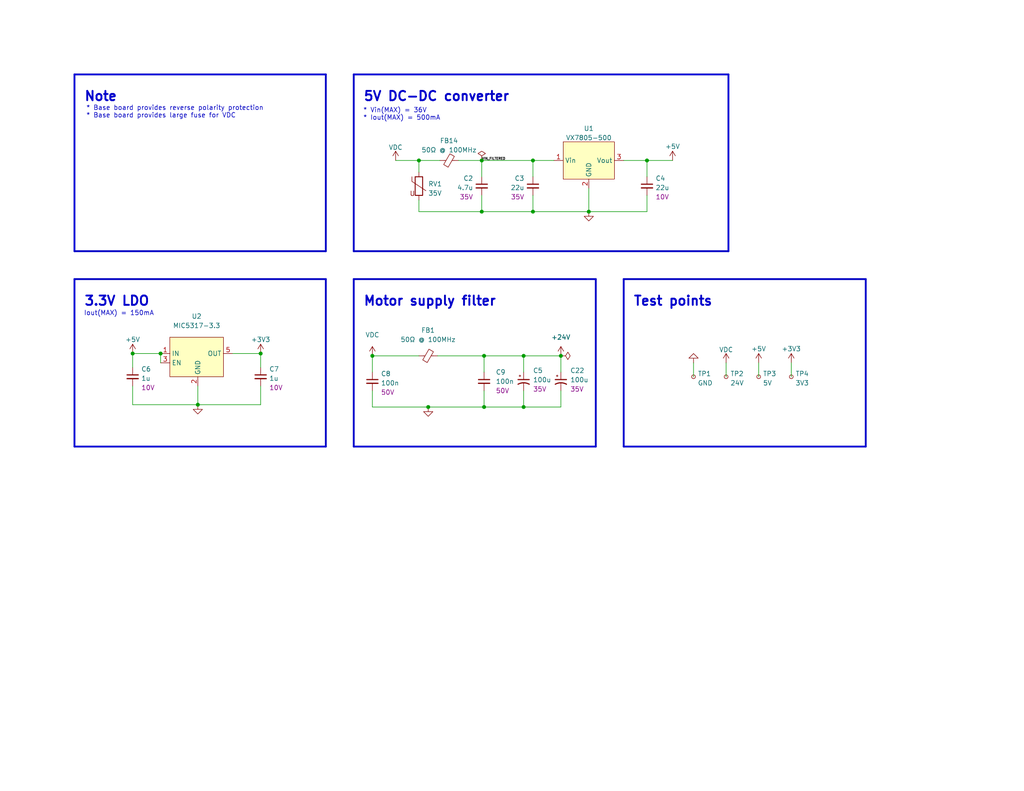
<source format=kicad_sch>
(kicad_sch (version 20211123) (generator eeschema)
  (paper "USLetter")
  (title_block (title "Jellyfish") (date "2022-09-07") (rev "v2") (company "Winterbloom") (comment 1 "Alethea Flowers") (comment 2 "CERN-OHL-P V2") (comment 3 "jellyfish.wntr.dev"))
  (lib_symbols
    (symbol "Connector:TestPoint_Small" (pin_numbers hide) (pin_names (offset 0.762) hide)
      (property "Reference" "TP" (at 0 3.81 0))
      (property "Value" "TestPoint_Small" (at 0 2.032 0))
      (symbol "TestPoint_Small_0_1"
        (circle (center 0 0) (radius 0.508))
      )
      (symbol "TestPoint_Small_1_1"
        (pin passive line (at 0 0 90) (length 0) (name "1") (number "1"))
      )
    )
    (symbol "Device:C_Polarized_Small_US" (pin_numbers hide) (pin_names (offset 0.254) hide)
      (property "Reference" "C" (at 0.254 1.778 0))
      (property "Value" "C_Polarized_Small_US" (at 0.254 -2.032 0))
      (symbol "C_Polarized_Small_US_0_1"
        (polyline (pts (xy -1.524 0.508) (xy 1.524 0.508)) (stroke (width 0.3048)))
        (polyline (pts (xy -1.27 1.524) (xy -0.762 1.524)))
        (polyline (pts (xy -1.016 1.27) (xy -1.016 1.778)))
        (arc (start 1.524 -0.762) (mid 0 -0.3734) (end -1.524 -0.762) (stroke (width 0.3048)))
      )
      (symbol "C_Polarized_Small_US_1_1"
        (pin passive line (at 0 2.54 270) (length 2.032) (name "~") (number "1"))
        (pin passive line (at 0 -2.54 90) (length 2.032) (name "~") (number "2"))
      )
    )
    (symbol "Device:C_Small" (pin_numbers hide) (pin_names (offset 0.254) hide)
      (property "Reference" "C" (at 0.254 1.778 0))
      (property "Value" "C_Small" (at 0.254 -2.032 0))
      (symbol "C_Small_0_1"
        (polyline (pts (xy -1.524 -0.508) (xy 1.524 -0.508)) (stroke (width 0.3302)))
        (polyline (pts (xy -1.524 0.508) (xy 1.524 0.508)) (stroke (width 0.3048)))
      )
      (symbol "C_Small_1_1"
        (pin passive line (at 0 2.54 270) (length 2.032) (name "~") (number "1"))
        (pin passive line (at 0 -2.54 90) (length 2.032) (name "~") (number "2"))
      )
    )
    (symbol "Device:FerriteBead_Small" (pin_numbers hide) (pin_names (offset 0))
      (property "Reference" "FB" (at 1.905 1.27 0))
      (property "Value" "FerriteBead_Small" (at 1.905 -1.27 0))
      (symbol "FerriteBead_Small_0_1"
        (polyline (pts (xy 0 -1.27) (xy 0 -0.7874)))
        (polyline (pts (xy 0 0.889) (xy 0 1.2954)))
        (polyline (pts (xy -1.8288 0.2794) (xy -1.1176 1.4986) (xy 1.8288 -0.2032) (xy 1.1176 -1.4224) (xy -1.8288 0.2794)))
      )
      (symbol "FerriteBead_Small_1_1"
        (pin passive line (at 0 2.54 270) (length 1.27) (name "~") (number "1"))
        (pin passive line (at 0 -2.54 90) (length 1.27) (name "~") (number "2"))
      )
    )
    (symbol "Device:Varistor" (pin_numbers hide) (pin_names (offset 0))
      (property "Reference" "RV" (at 3.175 0 90))
      (property "Value" "Varistor" (at -3.175 0 90))
      (symbol "Varistor_0_0"
        (text "U" (at -1.778 -2.032 0) (effects (font (size 1.27 1.27))))
      )
      (symbol "Varistor_0_1"
        (rectangle (start -1.016 -2.54) (end 1.016 2.54) (stroke (width 0.254)))
        (polyline (pts (xy -1.905 2.54) (xy -1.905 1.27) (xy 1.905 -1.27)))
      )
      (symbol "Varistor_1_1"
        (pin passive line (at 0 3.81 270) (length 1.27) (name "~") (number "1"))
        (pin passive line (at 0 -3.81 90) (length 1.27) (name "~") (number "2"))
      )
    )
    (symbol "power:+24V" (power) (pin_names (offset 0))
      (property "Value" "+24V" (at 0 3.556 0))
      (symbol "+24V_0_1"
        (polyline (pts (xy -0.762 1.27) (xy 0 2.54)))
        (polyline (pts (xy 0 0) (xy 0 2.54)))
        (polyline (pts (xy 0 2.54) (xy 0.762 1.27)))
      )
      (symbol "+24V_1_1"
        (pin power_in line (at 0 0 90) (length 0) hide (name "+24V") (number "1"))
      )
    )
    (symbol "power:+3V3" (power) (pin_names (offset 0))
      (property "Value" "+3V3" (at 0 3.556 0))
      (symbol "+3V3_0_1"
        (polyline (pts (xy -0.762 1.27) (xy 0 2.54)))
        (polyline (pts (xy 0 0) (xy 0 2.54)))
        (polyline (pts (xy 0 2.54) (xy 0.762 1.27)))
      )
      (symbol "+3V3_1_1"
        (pin power_in line (at 0 0 90) (length 0) hide (name "+3V3") (number "1"))
      )
    )
    (symbol "power:+5V" (power) (pin_names (offset 0))
      (property "Value" "+5V" (at 0 3.556 0))
      (symbol "+5V_0_1"
        (polyline (pts (xy -0.762 1.27) (xy 0 2.54)))
        (polyline (pts (xy 0 0) (xy 0 2.54)))
        (polyline (pts (xy 0 2.54) (xy 0.762 1.27)))
      )
      (symbol "+5V_1_1"
        (pin power_in line (at 0 0 90) (length 0) hide (name "+5V") (number "1"))
      )
    )
    (symbol "power:GND" (power) (pin_names (offset 0))
      (property "Value" "GND" (at 0 -3.81 0))
      (symbol "GND_0_1"
        (polyline (pts (xy 0 0) (xy 0 -1.27) (xy 1.27 -1.27) (xy 0 -2.54) (xy -1.27 -1.27) (xy 0 -1.27)))
      )
      (symbol "GND_1_1"
        (pin power_in line (at 0 0 270) (length 0) hide (name "GND") (number "1"))
      )
    )
    (symbol "power:PWR_FLAG" (power) (pin_numbers hide) (pin_names (offset 0) hide)
      (property "Value" "PWR_FLAG" (at 0 3.81 0))
      (symbol "PWR_FLAG_0_0"
        (pin power_out line (at 0 0 90) (length 0) (name "pwr") (number "1"))
      )
      (symbol "PWR_FLAG_0_1"
        (polyline (pts (xy 0 0) (xy 0 1.27) (xy -1.016 1.905) (xy 0 2.54) (xy 1.016 1.905) (xy 0 1.27)))
      )
    )
    (symbol "power:VDC" (power) (pin_names (offset 0))
      (property "Value" "VDC" (at 0 6.35 0))
      (symbol "VDC_0_1"
        (polyline (pts (xy -0.762 1.27) (xy 0 2.54)))
        (polyline (pts (xy 0 0) (xy 0 2.54)))
        (polyline (pts (xy 0 2.54) (xy 0.762 1.27)))
      )
      (symbol "VDC_1_1"
        (pin power_in line (at 0 0 90) (length 0) hide (name "VDC") (number "1"))
      )
    )
    (symbol "winterbloom:MIC5317"
      (property "Reference" "U" (at 0 7.62 0))
      (property "Value" "MIC5317" (at 0 5.715 0))
      (symbol "MIC5317_0_0"
        (pin power_in line (at -10.16 0 0) (length 2.54) (name "IN") (number "1"))
        (pin power_in line (at 0 -8.89 90) (length 2.54) (name "GND") (number "2"))
        (pin input line (at -10.16 -2.54 0) (length 2.54) (name "EN") (number "3"))
        (pin no_connect line (at 0 0 0) (length 2.54) hide (name "NC") (number "4"))
        (pin power_out line (at 9.525 0 180) (length 2.54) (name "OUT") (number "5"))
      )
      (symbol "MIC5317_0_1"
        (rectangle (start -7.62 4.445) (end 6.985 -6.35) (stroke (width 0.1524)) (fill (type background)))
      )
    )
    (symbol "winterbloom:VX7805-500"
      (property "Reference" "U" (at 6.985 -6.35 0))
      (property "Value" "VX7805-500" (at 0 6.35 0))
      (symbol "VX7805-500_0_0"
        (pin power_in line (at -9.525 0 0) (length 2.54) (name "Vin") (number "1"))
        (pin power_in line (at 0 -7.62 90) (length 2.54) (name "GND") (number "2"))
        (pin power_out line (at 9.525 0 180) (length 2.54) (name "Vout") (number "3"))
      )
      (symbol "VX7805-500_0_1"
        (rectangle (start 6.985 -5.08) (end -6.985 5.08) (stroke (width 0.1524)) (fill (type background)))
      )
    )
  )
  (junction (at 132.08 97.155))
  (junction (at 43.815 96.52))
  (junction (at 153.035 97.155))
  (junction (at 131.445 43.815))
  (junction (at 145.415 57.785))
  (junction (at 36.195 96.52))
  (junction (at 101.6 97.155))
  (junction (at 142.875 111.125))
  (junction (at 114.3 43.815))
  (junction (at 53.975 110.49))
  (junction (at 176.53 43.815))
  (junction (at 71.12 96.52))
  (junction (at 160.655 57.785))
  (junction (at 116.84 111.125))
  (junction (at 131.445 57.785))
  (junction (at 132.08 111.125))
  (junction (at 142.875 97.155))
  (junction (at 145.415 43.815))
  (polyline (pts (xy 20.32 20.32) (xy 20.32 68.58)) (stroke (width 0.5) (type solid)))
  (wire (pts (xy 71.12 96.52) (xy 71.12 100.33)))
  (polyline (pts (xy 198.755 20.32) (xy 198.755 68.58)) (stroke (width 0.5) (type solid)))
  (polyline (pts (xy 20.32 76.2) (xy 88.9 76.2)) (stroke (width 0.5) (type solid)))
  (wire (pts (xy 153.035 111.125) (xy 153.035 106.68)))
  (wire (pts (xy 53.975 105.41) (xy 53.975 110.49)))
  (wire (pts (xy 176.53 43.815) (xy 183.515 43.815)))
  (polyline (pts (xy 96.52 20.32) (xy 198.755 20.32)) (stroke (width 0.5) (type solid)))
  (wire (pts (xy 132.08 106.68) (xy 132.08 111.125)))
  (wire (pts (xy 114.3 43.815) (xy 114.3 46.99)))
  (polyline (pts (xy 20.32 76.2) (xy 20.32 121.92)) (stroke (width 0.5) (type solid)))
  (wire (pts (xy 160.655 51.435) (xy 160.655 57.785)))
  (wire (pts (xy 101.6 111.125) (xy 116.84 111.125)))
  (polyline (pts (xy 88.9 68.58) (xy 20.32 68.58)) (stroke (width 0.5) (type solid)))
  (wire (pts (xy 36.195 110.49) (xy 53.975 110.49)))
  (wire (pts (xy 142.875 106.68) (xy 142.875 111.125)))
  (wire (pts (xy 101.6 97.155) (xy 101.6 101.6)))
  (wire (pts (xy 142.875 111.125) (xy 132.08 111.125)))
  (wire (pts (xy 142.875 97.155) (xy 153.035 97.155)))
  (wire (pts (xy 215.9 99.06) (xy 215.9 102.87)))
  (wire (pts (xy 36.195 110.49) (xy 36.195 105.41)))
  (wire (pts (xy 189.23 99.06) (xy 189.23 102.87)))
  (wire (pts (xy 151.13 43.815) (xy 145.415 43.815)))
  (wire (pts (xy 131.445 53.34) (xy 131.445 57.785)))
  (wire (pts (xy 160.655 57.785) (xy 176.53 57.785)))
  (polyline (pts (xy 20.32 20.32) (xy 88.9 20.32)) (stroke (width 0.5) (type solid)))
  (wire (pts (xy 36.195 96.52) (xy 43.815 96.52)))
  (wire (pts (xy 53.975 110.49) (xy 71.12 110.49)))
  (wire (pts (xy 207.01 99.06) (xy 207.01 102.87)))
  (wire (pts (xy 125.095 43.815) (xy 131.445 43.815)))
  (polyline (pts (xy 170.18 76.2) (xy 236.22 76.2)) (stroke (width 0.5) (type solid)))
  (wire (pts (xy 131.445 43.815) (xy 145.415 43.815)))
  (wire (pts (xy 176.53 57.785) (xy 176.53 53.34)))
  (wire (pts (xy 116.84 111.125) (xy 132.08 111.125)))
  (wire (pts (xy 101.6 97.155) (xy 114.3 97.155)))
  (polyline (pts (xy 162.56 76.2) (xy 162.56 121.92)) (stroke (width 0.5) (type solid)))
  (wire (pts (xy 114.3 43.815) (xy 120.015 43.815)))
  (polyline (pts (xy 88.9 121.92) (xy 20.32 121.92)) (stroke (width 0.5) (type solid)))
  (wire (pts (xy 36.195 100.33) (xy 36.195 96.52)))
  (wire (pts (xy 142.875 97.155) (xy 142.875 101.6)))
  (polyline (pts (xy 162.56 121.92) (xy 96.52 121.92)) (stroke (width 0.5) (type solid)))
  (wire (pts (xy 170.18 43.815) (xy 176.53 43.815)))
  (polyline (pts (xy 170.18 76.2) (xy 170.18 121.92)) (stroke (width 0.5) (type solid)))
  (polyline (pts (xy 96.52 76.2) (xy 96.52 121.92)) (stroke (width 0.5) (type solid)))
  (wire (pts (xy 131.445 57.785) (xy 145.415 57.785)))
  (polyline (pts (xy 198.755 68.58) (xy 96.52 68.58)) (stroke (width 0.5) (type solid)))
  (wire (pts (xy 145.415 57.785) (xy 160.655 57.785)))
  (wire (pts (xy 142.875 111.125) (xy 153.035 111.125)))
  (wire (pts (xy 145.415 53.34) (xy 145.415 57.785)))
  (wire (pts (xy 71.12 105.41) (xy 71.12 110.49)))
  (wire (pts (xy 119.38 97.155) (xy 132.08 97.155)))
  (wire (pts (xy 131.445 57.785) (xy 114.3 57.785)))
  (wire (pts (xy 114.3 54.61) (xy 114.3 57.785)))
  (polyline (pts (xy 96.52 76.2) (xy 162.56 76.2)) (stroke (width 0.5) (type solid)))
  (wire (pts (xy 132.08 97.155) (xy 132.08 101.6)))
  (wire (pts (xy 63.5 96.52) (xy 71.12 96.52)))
  (wire (pts (xy 145.415 43.815) (xy 145.415 48.26)))
  (polyline (pts (xy 88.9 76.2) (xy 88.9 121.92)) (stroke (width 0.5) (type solid)))
  (polyline (pts (xy 88.9 20.32) (xy 88.9 68.58)) (stroke (width 0.5) (type solid)))
  (wire (pts (xy 43.815 96.52) (xy 43.815 99.06)))
  (wire (pts (xy 107.95 43.815) (xy 114.3 43.815)))
  (wire (pts (xy 198.12 99.06) (xy 198.12 102.87)))
  (wire (pts (xy 132.08 97.155) (xy 142.875 97.155)))
  (wire (pts (xy 176.53 43.815) (xy 176.53 48.26)))
  (wire (pts (xy 153.035 97.155) (xy 153.035 101.6)))
  (polyline (pts (xy 96.52 20.32) (xy 96.52 68.58)) (stroke (width 0.5) (type solid)))
  (polyline (pts (xy 236.22 76.2) (xy 236.22 121.92)) (stroke (width 0.5) (type solid)))
  (wire (pts (xy 131.445 43.815) (xy 131.445 48.26)))
  (wire (pts (xy 101.6 111.125) (xy 101.6 106.68)))
  (polyline (pts (xy 236.22 121.92) (xy 170.18 121.92)) (stroke (width 0.5) (type solid)))
  (text "Test points" (at 172.72 83.82 0) (effects (font (size 2.54 2.54) (thickness 0.508) bold) (justify left bottom)))
  (text "* Base board provides reverse polarity protection\n* Base board provides large fuse for VDC" (at 23.495 32.385 0) (effects (font (size 1.27 1.27)) (justify left bottom)))
  (text "Motor supply filter" (at 99.06 83.82 0) (effects (font (size 2.54 2.54) (thickness 0.508) bold) (justify left bottom)))
  (text "3.3V LDO" (at 22.86 83.82 0) (effects (font (size 2.54 2.54) (thickness 0.508) bold) (justify left bottom)))
  (text "Iout(MAX) = 150mA" (at 22.86 86.36 0) (effects (font (size 1.27 1.27)) (justify left bottom)))
  (text "* Vin(MAX) = 36V\n* Iout(MAX) = 500mA" (at 99.06 33.02 0) (effects (font (size 1.27 1.27)) (justify left bottom)))
  (text "5V DC-DC converter" (at 99.06 27.94 0) (effects (font (size 2.54 2.54) (thickness 0.508) bold) (justify left bottom)))
  (text "Note" (at 22.86 27.94 0) (effects (font (size 2.54 2.54) (thickness 0.508) bold) (justify left bottom)))
  (label "VIN_FILTERED" (at 131.445 43.815 0) (effects (font (size 0.64 0.64))))
  (symbol (lib_id "power:+5V") (at 207.01 99.06 0) (unit 1)
    (property "Reference" "#PWR016" (effects hide))
    (property "Value" "+5V" (at 207.01 95.25 0))
  )
  (symbol (lib_id "power:VDC") (at 107.95 43.815 0) (unit 1)
    (property "Reference" "#PWR02" (effects hide))
    (property "Value" "VDC" (at 107.95 40.2392 0))
  )
  (symbol (lib_id "Device:C_Polarized_Small_US") (at 142.875 104.14 0) (unit 1)
    (property "Reference" "C5" (at 145.415 101.1681 0) (effects (justify left)))
    (property "Value" "100u" (at 145.415 103.7081 0) (effects (justify left)))
    (property "Footprint" "Capacitor_SMD:CP_Elec_6.3x7.7" (effects hide))
    (property "Rating" "35V" (at 145.415 106.2481 0) (effects (justify left)))
    (property "mpn" "EEE-TQV101XAP" (effects hide))
  )
  (symbol (lib_id "power:GND") (at 53.975 110.49 0) (unit 1)
    (property "Reference" "#PWR09" (effects hide))
    (property "Value" "GND" (effects hide))
  )
  (symbol (lib_id "Connector:TestPoint_Small") (at 198.12 102.87 180) (unit 1)
    (property "Reference" "TP2" (at 199.263 102.0353 0) (effects (justify right)))
    (property "Value" "24V" (at 199.263 104.5722 0) (effects (justify right)))
    (property "Footprint" "TestPoint:TestPoint_Pad_1.0x1.0mm" (effects hide))
    (property "mpn" "n/a" (effects hide))
  )
  (symbol (lib_id "power:PWR_FLAG") (at 153.035 97.155 270) (unit 1)
    (property "Reference" "#FLG04" (effects hide))
    (property "Value" "PWR_FLAG" (effects hide))
  )
  (symbol (lib_id "power:+3V3") (at 71.12 96.52 0) (unit 1)
    (property "Reference" "#PWR010" (effects hide))
    (property "Value" "+3V3" (at 71.12 92.71 0))
  )
  (symbol (lib_id "Device:Varistor") (at 114.3 50.8 0) (unit 1)
    (property "Reference" "RV1" (at 116.84 50.2185 0) (effects (justify left)))
    (property "Value" "35V" (at 116.84 52.7554 0) (effects (justify left)))
    (property "Footprint" "winterbloom:R_0603_HandSolder" (effects hide))
    (property "mpn" "B72500D0300H060" (effects hide))
  )
  (symbol (lib_id "power:+5V") (at 36.195 96.52 0) (unit 1)
    (property "Reference" "#PWR08" (effects hide))
    (property "Value" "+5V" (at 36.195 92.71 0))
  )
  (symbol (lib_id "winterbloom:VX7805-500") (at 160.655 43.815 0) (unit 1)
    (property "Reference" "U1" (at 160.655 35.086 0))
    (property "Value" "VX7805-500" (at 160.655 37.6229 0))
    (property "Footprint" "winterbloom:Converter_DCDC_CUI_VX78-500_THT" (effects hide))
    (property "Datasheet" "https://www.mouser.com/datasheet/2/670/vx78_500-1774570.pdf" (effects hide))
  )
  (symbol (lib_id "power:VDC") (at 101.6 97.155 0) (unit 1)
    (property "Reference" "#PWR0105" (effects hide))
    (property "Value" "VDC" (at 101.6 91.44 0))
  )
  (symbol (lib_id "power:PWR_FLAG") (at 131.445 43.815 0) (unit 1)
    (property "Reference" "#FLG03" (effects hide))
    (property "Value" "PWR_FLAG" (effects hide))
  )
  (symbol (lib_id "Device:C_Polarized_Small_US") (at 153.035 104.14 0) (unit 1)
    (property "Reference" "C22" (at 155.575 101.1681 0) (effects (justify left)))
    (property "Value" "100u" (at 155.575 103.7081 0) (effects (justify left)))
    (property "Footprint" "Capacitor_SMD:CP_Elec_6.3x7.7" (effects hide))
    (property "Rating" "35V" (at 155.575 106.2481 0) (effects (justify left)))
    (property "mpn" "EEE-TQV101XAP" (effects hide))
  )
  (symbol (lib_id "Device:C_Small") (at 36.195 102.87 0) (unit 1)
    (property "Reference" "C6" (at 38.5191 100.7732 0) (effects (justify left)))
    (property "Value" "1u" (at 38.5191 103.3101 0) (effects (justify left)))
    (property "Footprint" "winterbloom:C_0402_HandSolder" (effects hide))
    (property "mpn" "CL05A105KO5NNNC" (effects hide))
    (property "Rating" "10V" (at 38.5191 105.847 0) (effects (justify left)))
  )
  (symbol (lib_id "power:GND") (at 116.84 111.125 0) (unit 1)
    (property "Reference" "#PWR012" (effects hide))
    (property "Value" "GND" (effects hide))
  )
  (symbol (lib_id "power:+3V3") (at 215.9 99.06 0) (unit 1)
    (property "Reference" "#PWR017" (effects hide))
    (property "Value" "+3V3" (at 215.9 95.25 0))
  )
  (symbol (lib_id "Device:C_Small") (at 176.53 50.8 0) (unit 1)
    (property "Reference" "C4" (at 178.8541 48.7032 0) (effects (justify left)))
    (property "Value" "22u" (at 178.8541 51.2401 0) (effects (justify left)))
    (property "Footprint" "winterbloom:C_0805_HandSolder" (effects hide))
    (property "mpn" "C2012X5R1V226M125AC" (effects hide))
    (property "Rating" "10V" (at 178.8541 53.777 0) (effects (justify left)))
  )
  (symbol (lib_id "power:GND") (at 160.655 57.785 0) (unit 1)
    (property "Reference" "#PWR06" (effects hide))
    (property "Value" "GND" (effects hide))
  )
  (symbol (lib_id "Device:C_Small") (at 145.415 50.8 0) (unit 1)
    (property "Reference" "C3" (at 143.091 48.7032 0) (effects (justify right)))
    (property "Value" "22u" (at 143.091 51.2401 0) (effects (justify right)))
    (property "Footprint" "winterbloom:C_0805_HandSolder" (effects hide))
    (property "mpn" "C2012X5R1V226M125AC" (effects hide))
    (property "Rating" "35V" (at 143.091 53.777 0) (effects (justify right)))
  )
  (symbol (lib_id "Device:FerriteBead_Small") (at 122.555 43.815 90) (unit 1)
    (property "Reference" "FB14" (at 122.5169 38.4134 90))
    (property "Value" "50Ω @ 100MHz" (at 122.5169 40.9503 90))
    (property "Footprint" "winterbloom:L_0603_HandSolder" (effects hide))
    (property "Rating" "3A" (effects hide))
    (property "mpn" "BLM18KG121TN1D" (effects hide))
  )
  (symbol (lib_id "Connector:TestPoint_Small") (at 207.01 102.87 0) (unit 1)
    (property "Reference" "TP3" (at 208.153 102.0353 0) (effects (justify left)))
    (property "Value" "5V" (at 208.153 104.5722 0) (effects (justify left)))
    (property "Footprint" "TestPoint:TestPoint_Pad_D1.0mm" (effects hide))
    (property "mpn" "n/a" (effects hide))
  )
  (symbol (lib_id "Connector:TestPoint_Small") (at 189.23 102.87 180) (unit 1)
    (property "Reference" "TP1" (at 190.373 102.0353 0) (effects (justify right)))
    (property "Value" "GND" (at 190.373 104.5722 0) (effects (justify right)))
    (property "Footprint" "TestPoint:TestPoint_Pad_1.0x1.0mm" (effects hide))
    (property "mpn" "n/a" (effects hide))
  )
  (symbol (lib_id "Device:C_Small") (at 132.08 104.14 0) (unit 1)
    (property "Reference" "C9" (at 135.255 101.6062 0) (effects (justify left)))
    (property "Value" "100n" (at 135.255 104.1462 0) (effects (justify left)))
    (property "Footprint" "winterbloom:C_0402_HandSolder" (effects hide))
    (property "mpn" "CL05A104KA5NNNC" (effects hide))
    (property "Rating" "50V" (at 135.255 106.6862 0) (effects (justify left)))
  )
  (symbol (lib_id "Connector:TestPoint_Small") (at 215.9 102.87 180) (unit 1)
    (property "Reference" "TP4" (at 218.8762 102.0353 0))
    (property "Value" "3V3" (at 218.8762 104.5722 0))
    (property "Footprint" "TestPoint:TestPoint_Pad_D1.0mm" (effects hide))
    (property "mpn" "n/a" (effects hide))
  )
  (symbol (lib_id "Device:C_Small") (at 131.445 50.8 0) (unit 1)
    (property "Reference" "C2" (at 129.121 48.7032 0) (effects (justify right)))
    (property "Value" "4.7u" (at 129.121 51.2401 0) (effects (justify right)))
    (property "Footprint" "winterbloom:C_0805_HandSolder" (effects hide))
    (property "mpn" "?" (effects hide))
    (property "Rating" "35V" (at 129.121 53.777 0) (effects (justify right)))
  )
  (symbol (lib_id "winterbloom:MIC5317") (at 53.975 96.52 0) (unit 1)
    (property "Reference" "U2" (at 53.6575 86.36 0))
    (property "Value" "MIC5317-3.3" (at 53.6575 88.9 0))
    (property "Footprint" "Package_TO_SOT_SMD:SOT-23-5" (effects hide))
    (property "Datasheet" "https://www.mouser.com/datasheet/2/268/MIC5317_High_Performance_Single_150mA_LDO_DS200061-1891237.pdf" (effects hide))
    (property "mpn" "MIC5317-3.3YD5" (effects hide))
  )
  (symbol (lib_id "power:GND") (at 189.23 99.06 180) (unit 1)
    (property "Reference" "#PWR014" (effects hide))
    (property "Value" "GND" (effects hide))
  )
  (symbol (lib_id "Device:FerriteBead_Small") (at 116.84 97.155 90) (unit 1)
    (property "Reference" "FB1" (at 116.8019 90.17 90))
    (property "Value" "50Ω @ 100MHz" (at 116.8019 92.71 90))
    (property "Footprint" "winterbloom:L_0603_HandSolder" (effects hide))
    (property "Rating" "3A" (effects hide))
    (property "mpn" "BLM18KG121TN1D" (effects hide))
  )
  (symbol (lib_id "Device:C_Small") (at 101.6 104.14 0) (unit 1)
    (property "Reference" "C8" (at 103.9241 102.0432 0) (effects (justify left)))
    (property "Value" "100n" (at 103.9241 104.5801 0) (effects (justify left)))
    (property "Footprint" "winterbloom:C_0402_HandSolder" (effects hide))
    (property "mpn" "CL05A104KA5NNNC" (effects hide))
    (property "Rating" "50V" (at 103.9241 107.117 0) (effects (justify left)))
  )
  (symbol (lib_id "power:+5V") (at 183.515 43.815 0) (unit 1)
    (property "Reference" "#PWR07" (effects hide))
    (property "Value" "+5V" (at 183.515 40.005 0))
  )
  (symbol (lib_id "power:+24V") (at 153.035 97.155 0) (unit 1)
    (property "Reference" "#PWR0128" (effects hide))
    (property "Value" "+24V" (at 153.035 92.075 0))
  )
  (symbol (lib_id "Device:C_Small") (at 71.12 102.87 0) (unit 1)
    (property "Reference" "C7" (at 73.4441 100.7732 0) (effects (justify left)))
    (property "Value" "1u" (at 73.4441 103.3101 0) (effects (justify left)))
    (property "Footprint" "winterbloom:C_0402_HandSolder" (effects hide))
    (property "mpn" "CL05A105KO5NNNC" (effects hide))
    (property "Rating" "10V" (at 73.4441 105.847 0) (effects (justify left)))
  )
  (symbol (lib_id "power:VDC") (at 198.12 99.06 0) (unit 1)
    (property "Reference" "#PWR05" (effects hide))
    (property "Value" "VDC" (at 198.12 95.4842 0))
  )
)
</source>
